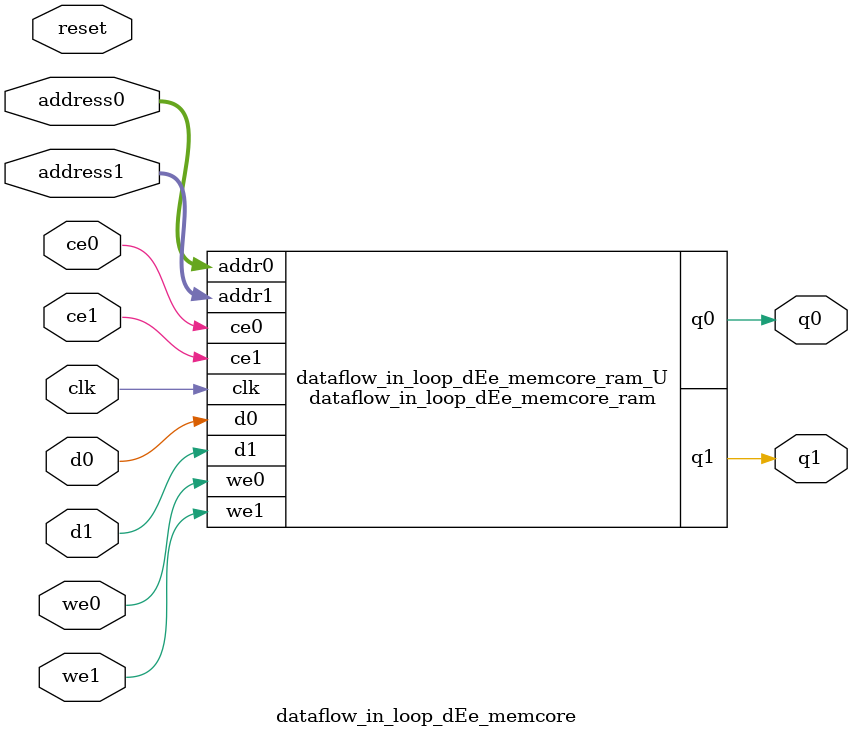
<source format=v>
`timescale 1 ns / 1 ps
module dataflow_in_loop_dEe_memcore_ram (addr0, ce0, d0, we0, q0, addr1, ce1, d1, we1, q1,  clk);

parameter DWIDTH = 1;
parameter AWIDTH = 6;
parameter MEM_SIZE = 52;

input[AWIDTH-1:0] addr0;
input ce0;
input[DWIDTH-1:0] d0;
input we0;
output reg[DWIDTH-1:0] q0;
input[AWIDTH-1:0] addr1;
input ce1;
input[DWIDTH-1:0] d1;
input we1;
output reg[DWIDTH-1:0] q1;
input clk;

(* ram_style = "distributed" *)reg [DWIDTH-1:0] ram[0:MEM_SIZE-1];




always @(posedge clk)  
begin 
    if (ce0) begin
        if (we0) 
            ram[addr0] <= d0; 
        q0 <= ram[addr0];
    end
end


always @(posedge clk)  
begin 
    if (ce1) begin
        if (we1) 
            ram[addr1] <= d1; 
        q1 <= ram[addr1];
    end
end


endmodule

`timescale 1 ns / 1 ps
module dataflow_in_loop_dEe_memcore(
    reset,
    clk,
    address0,
    ce0,
    we0,
    d0,
    q0,
    address1,
    ce1,
    we1,
    d1,
    q1);

parameter DataWidth = 32'd1;
parameter AddressRange = 32'd52;
parameter AddressWidth = 32'd6;
input reset;
input clk;
input[AddressWidth - 1:0] address0;
input ce0;
input we0;
input[DataWidth - 1:0] d0;
output[DataWidth - 1:0] q0;
input[AddressWidth - 1:0] address1;
input ce1;
input we1;
input[DataWidth - 1:0] d1;
output[DataWidth - 1:0] q1;



dataflow_in_loop_dEe_memcore_ram dataflow_in_loop_dEe_memcore_ram_U(
    .clk( clk ),
    .addr0( address0 ),
    .ce0( ce0 ),
    .we0( we0 ),
    .d0( d0 ),
    .q0( q0 ),
    .addr1( address1 ),
    .ce1( ce1 ),
    .we1( we1 ),
    .d1( d1 ),
    .q1( q1 ));

endmodule


</source>
